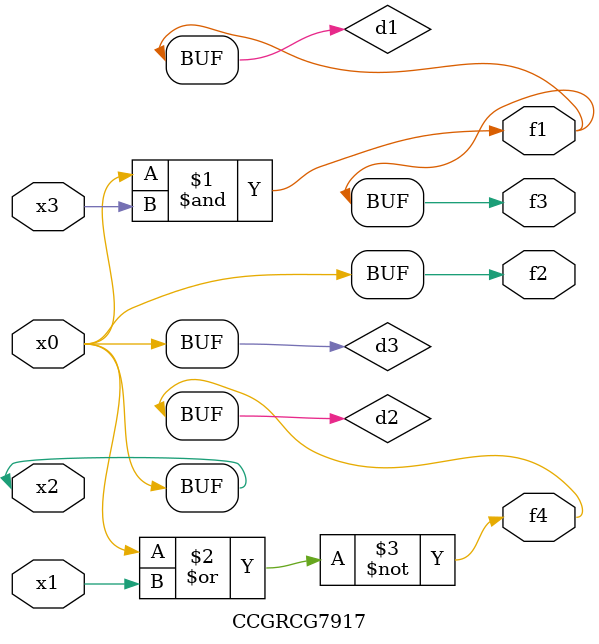
<source format=v>
module CCGRCG7917(
	input x0, x1, x2, x3,
	output f1, f2, f3, f4
);

	wire d1, d2, d3;

	and (d1, x2, x3);
	nor (d2, x0, x1);
	buf (d3, x0, x2);
	assign f1 = d1;
	assign f2 = d3;
	assign f3 = d1;
	assign f4 = d2;
endmodule

</source>
